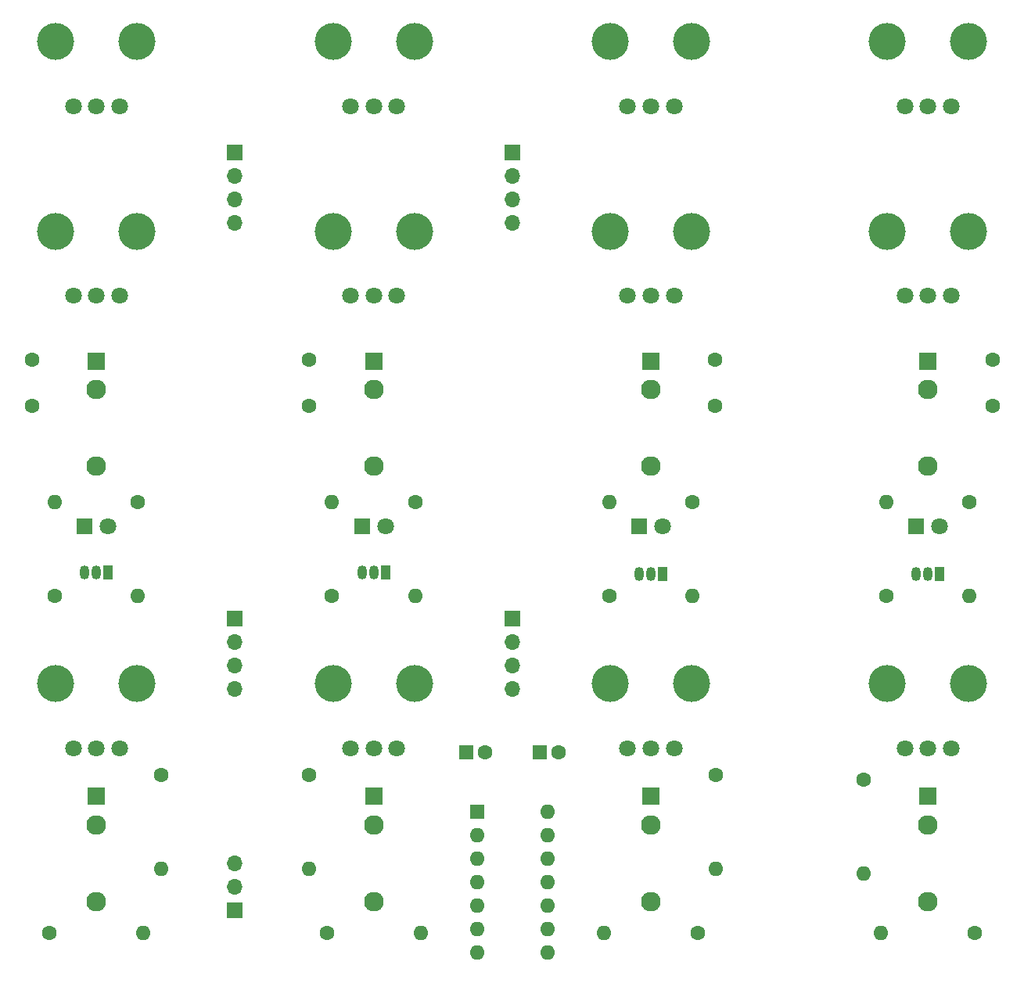
<source format=gbs>
G04 #@! TF.GenerationSoftware,KiCad,Pcbnew,(6.0.1)*
G04 #@! TF.CreationDate,2022-02-10T17:18:07+01:00*
G04 #@! TF.ProjectId,Drumbox,4472756d-626f-4782-9e6b-696361645f70,rev?*
G04 #@! TF.SameCoordinates,Original*
G04 #@! TF.FileFunction,Soldermask,Bot*
G04 #@! TF.FilePolarity,Negative*
%FSLAX46Y46*%
G04 Gerber Fmt 4.6, Leading zero omitted, Abs format (unit mm)*
G04 Created by KiCad (PCBNEW (6.0.1)) date 2022-02-10 17:18:07*
%MOMM*%
%LPD*%
G01*
G04 APERTURE LIST*
%ADD10C,4.000000*%
%ADD11C,1.800000*%
%ADD12C,1.600000*%
%ADD13O,1.600000X1.600000*%
%ADD14R,1.050000X1.500000*%
%ADD15O,1.050000X1.500000*%
%ADD16R,1.800000X1.800000*%
%ADD17R,1.600000X1.600000*%
%ADD18R,1.930000X1.830000*%
%ADD19C,2.130000*%
%ADD20R,1.700000X1.700000*%
%ADD21O,1.700000X1.700000*%
G04 APERTURE END LIST*
D10*
X84100000Y-38550000D03*
X92900000Y-38550000D03*
D11*
X91000000Y-45550000D03*
X88500000Y-45550000D03*
X86000000Y-45550000D03*
D12*
X84000000Y-98500000D03*
D13*
X84000000Y-88340000D03*
D14*
X149770000Y-96140000D03*
D15*
X148500000Y-96140000D03*
X147230000Y-96140000D03*
D12*
X111500000Y-117920000D03*
D13*
X111500000Y-128080000D03*
D10*
X84100000Y-59050000D03*
X92900000Y-59050000D03*
D11*
X91000000Y-66050000D03*
X88500000Y-66050000D03*
X86000000Y-66050000D03*
D12*
X153000000Y-88420000D03*
D13*
X153000000Y-98580000D03*
D16*
X177225000Y-91000000D03*
D11*
X179765000Y-91000000D03*
D16*
X117225000Y-91000000D03*
D11*
X119765000Y-91000000D03*
D17*
X136500000Y-115500000D03*
D12*
X138500000Y-115500000D03*
X183000000Y-88340000D03*
D13*
X183000000Y-98500000D03*
D10*
X144100000Y-108050000D03*
X152900000Y-108050000D03*
D11*
X151000000Y-115050000D03*
X148500000Y-115050000D03*
X146000000Y-115050000D03*
D12*
X144000000Y-98580000D03*
D13*
X144000000Y-88420000D03*
D10*
X152900000Y-38550000D03*
X144100000Y-38550000D03*
D11*
X151000000Y-45550000D03*
X148500000Y-45550000D03*
X146000000Y-45550000D03*
D12*
X174000000Y-98500000D03*
D13*
X174000000Y-88340000D03*
D10*
X144100000Y-59050000D03*
X152900000Y-59050000D03*
D11*
X151000000Y-66050000D03*
X148500000Y-66050000D03*
X146000000Y-66050000D03*
D14*
X89770000Y-96000000D03*
D15*
X88500000Y-96000000D03*
X87230000Y-96000000D03*
D14*
X179770000Y-96140000D03*
D15*
X178500000Y-96140000D03*
X177230000Y-96140000D03*
D10*
X114100000Y-38550000D03*
X122900000Y-38550000D03*
D11*
X121000000Y-45550000D03*
X118500000Y-45550000D03*
X116000000Y-45550000D03*
D18*
X118500000Y-73100000D03*
D19*
X118500000Y-84500000D03*
X118500000Y-76200000D03*
D12*
X183580000Y-135000000D03*
D13*
X173420000Y-135000000D03*
D17*
X129700000Y-121875000D03*
D13*
X129700000Y-124415000D03*
X129700000Y-126955000D03*
X129700000Y-129495000D03*
X129700000Y-132035000D03*
X129700000Y-134575000D03*
X129700000Y-137115000D03*
X137320000Y-137115000D03*
X137320000Y-134575000D03*
X137320000Y-132035000D03*
X137320000Y-129495000D03*
X137320000Y-126955000D03*
X137320000Y-124415000D03*
X137320000Y-121875000D03*
D17*
X128544887Y-115500000D03*
D12*
X130544887Y-115500000D03*
X81500000Y-73000000D03*
X81500000Y-78000000D03*
D16*
X147225000Y-91000000D03*
D11*
X149765000Y-91000000D03*
D12*
X185500000Y-73000000D03*
X185500000Y-78000000D03*
X111500000Y-73000000D03*
X111500000Y-78000000D03*
D10*
X174100000Y-59050000D03*
X182900000Y-59050000D03*
D11*
X181000000Y-66050000D03*
X178500000Y-66050000D03*
X176000000Y-66050000D03*
D12*
X171500000Y-118420000D03*
D13*
X171500000Y-128580000D03*
D18*
X148500000Y-73100000D03*
D19*
X148500000Y-84500000D03*
X148500000Y-76200000D03*
D10*
X122900000Y-108050000D03*
X114100000Y-108050000D03*
D11*
X121000000Y-115050000D03*
X118500000Y-115050000D03*
X116000000Y-115050000D03*
D12*
X114000000Y-98580000D03*
D13*
X114000000Y-88420000D03*
D18*
X178500000Y-73100000D03*
D19*
X178500000Y-84500000D03*
X178500000Y-76200000D03*
D18*
X118500000Y-120220000D03*
D19*
X118500000Y-131620000D03*
X118500000Y-123320000D03*
D12*
X93000000Y-88340000D03*
D13*
X93000000Y-98500000D03*
D12*
X123000000Y-88420000D03*
D13*
X123000000Y-98580000D03*
D10*
X114100000Y-59050000D03*
X122900000Y-59050000D03*
D11*
X121000000Y-66050000D03*
X118500000Y-66050000D03*
X116000000Y-66050000D03*
D12*
X155420000Y-73000000D03*
X155420000Y-78000000D03*
D14*
X119770000Y-96000000D03*
D15*
X118500000Y-96000000D03*
X117230000Y-96000000D03*
D18*
X178500000Y-120220000D03*
D19*
X178500000Y-131620000D03*
X178500000Y-123320000D03*
D18*
X148500000Y-120220000D03*
D19*
X148500000Y-131620000D03*
X148500000Y-123320000D03*
D18*
X88500000Y-120220000D03*
D19*
X88500000Y-131620000D03*
X88500000Y-123320000D03*
D12*
X153580000Y-135000000D03*
D13*
X143420000Y-135000000D03*
D12*
X113420000Y-135000000D03*
D13*
X123580000Y-135000000D03*
D12*
X83420000Y-135000000D03*
D13*
X93580000Y-135000000D03*
D12*
X155500000Y-117920000D03*
D13*
X155500000Y-128080000D03*
D10*
X182900000Y-38550000D03*
X174100000Y-38550000D03*
D11*
X181000000Y-45550000D03*
X178500000Y-45550000D03*
X176000000Y-45550000D03*
D10*
X84100000Y-108050000D03*
X92900000Y-108050000D03*
D11*
X91000000Y-115050000D03*
X88500000Y-115050000D03*
X86000000Y-115050000D03*
D10*
X174100000Y-108050000D03*
X182900000Y-108050000D03*
D11*
X181000000Y-115050000D03*
X178500000Y-115050000D03*
X176000000Y-115050000D03*
D16*
X87225000Y-91000000D03*
D11*
X89765000Y-91000000D03*
D18*
X88500000Y-73100000D03*
D19*
X88500000Y-84500000D03*
X88500000Y-76200000D03*
D12*
X95500000Y-117920000D03*
D13*
X95500000Y-128080000D03*
D20*
X133500000Y-101000000D03*
D21*
X133500000Y-103540000D03*
X133500000Y-106080000D03*
X133500000Y-108620000D03*
D20*
X103500000Y-101000000D03*
D21*
X103500000Y-103540000D03*
X103500000Y-106080000D03*
X103500000Y-108620000D03*
D20*
X133500000Y-50500000D03*
D21*
X133500000Y-53040000D03*
X133500000Y-55580000D03*
X133500000Y-58120000D03*
D20*
X103500000Y-50500000D03*
D21*
X103500000Y-53040000D03*
X103500000Y-55580000D03*
X103500000Y-58120000D03*
D20*
X103500000Y-132580000D03*
D21*
X103500000Y-130040000D03*
X103500000Y-127500000D03*
M02*

</source>
